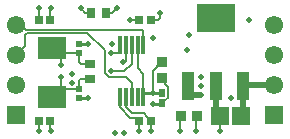
<source format=gbr>
%TF.GenerationSoftware,Altium Limited,Altium Designer,19.1.7 (138)*%
G04 Layer_Physical_Order=4*
G04 Layer_Color=16711680*
%FSLAX26Y26*%
%MOIN*%
%TF.FileFunction,Copper,L4,Bot,Signal*%
%TF.Part,Single*%
G01*
G75*
%TA.AperFunction,SMDPad,CuDef*%
%ADD14R,0.024409X0.025984*%
%TA.AperFunction,Conductor*%
%ADD17C,0.005000*%
%ADD18C,0.010000*%
%TA.AperFunction,ComponentPad*%
%ADD21C,0.061024*%
%ADD22R,0.061024X0.061024*%
%TA.AperFunction,ViaPad*%
%ADD23C,0.020000*%
%TA.AperFunction,SMDPad,CuDef*%
%ADD24R,0.027559X0.033465*%
%ADD25R,0.029921X0.028346*%
%ADD26R,0.033465X0.027559*%
%ADD27R,0.020472X0.022047*%
%ADD28R,0.037402X0.033465*%
%ADD29R,0.033465X0.037402*%
%ADD30R,0.061024X0.061024*%
%ADD31R,0.013000X0.059000*%
%ADD32R,0.094488X0.074803*%
%TA.AperFunction,ConnectorPad*%
%ADD33R,0.039370X0.094488*%
%ADD34R,0.129921X0.094488*%
%TA.AperFunction,Conductor*%
%ADD35C,0.020000*%
D14*
X1555000Y1147323D02*
D03*
Y1112677D02*
D03*
D17*
X1552323Y1110787D02*
X1564705Y1123169D01*
X1575315Y1131834D02*
Y1166772D01*
X1570311Y1126831D02*
X1575315Y1131834D01*
X1569153Y1126831D02*
X1570311D01*
X1565492Y1123169D02*
X1569153Y1126831D01*
X1564705Y1123169D02*
X1565492D01*
X1552323Y1110000D02*
Y1110787D01*
X1564965Y1177122D02*
X1575315Y1166772D01*
X1564965Y1177122D02*
Y1188460D01*
X1555000Y1198425D02*
X1564965Y1188460D01*
X1525250Y1147323D02*
Y1221825D01*
X1538799Y1235374D01*
Y1237342D01*
X1553032Y1251575D01*
X1555000D01*
X1494000Y1145823D02*
Y1211000D01*
X1543307Y1390000D02*
X1550000Y1396693D01*
Y1415000D01*
X1519291Y1390000D02*
X1543307D01*
X1450000D02*
X1480709D01*
X1369213Y1415394D02*
X1390394D01*
X1405000Y1430000D01*
X1184291Y1429291D02*
X1185000Y1430000D01*
X1184291Y1390000D02*
Y1429291D01*
X1145000Y1430000D02*
X1145709Y1429291D01*
Y1390000D02*
Y1429291D01*
X1184291Y1020709D02*
X1185000Y1020000D01*
X1184291Y1020709D02*
Y1055000D01*
X1145000Y1054291D02*
X1145709Y1055000D01*
X1145000Y1020000D02*
Y1054291D01*
X1748583Y1070000D02*
X1750000Y1068583D01*
Y1020000D02*
Y1068583D01*
X1670000Y1068425D02*
X1671575Y1070000D01*
X1670000Y1020000D02*
Y1068425D01*
X1615000Y1066575D02*
X1618425Y1070000D01*
X1615000Y1020000D02*
Y1066575D01*
X1480000Y1015000D02*
Y1055709D01*
X1470709Y1065000D02*
X1480000Y1055709D01*
X1506831Y1066673D02*
X1520000Y1053504D01*
Y1020000D02*
Y1053504D01*
X1435000Y1100000D02*
X1455000Y1080000D01*
X1286693Y1430000D02*
X1301299Y1415394D01*
X1320000D01*
X1285000Y1430000D02*
X1286693D01*
X1495449Y1080000D02*
X1506831Y1068619D01*
X1455000Y1080000D02*
X1495449D01*
X1450000Y1065000D02*
X1470709D01*
X1416000Y1099000D02*
X1450000Y1065000D01*
X1506831Y1066673D02*
Y1068619D01*
X1435000Y1100000D02*
Y1134000D01*
X1416000Y1099000D02*
Y1134000D01*
X1385000Y1280000D02*
X1416000D01*
Y1306000D01*
X1307929Y1347071D02*
X1365000Y1290000D01*
X1107071Y1347071D02*
X1307929D01*
X1100160Y1340160D02*
X1107071Y1347071D01*
X1103089Y1357071D02*
X1494000D01*
X1085160Y1375000D02*
X1103089Y1357071D01*
X1494000Y1134000D02*
Y1144000D01*
X1280000Y1190000D02*
X1285394Y1195394D01*
X1315000D01*
X1280000Y1160354D02*
Y1190000D01*
Y1250000D02*
X1285394Y1244606D01*
X1315000D01*
X1280000Y1250000D02*
Y1279646D01*
X1206063D02*
X1220000Y1265709D01*
X1190000Y1295709D02*
X1206063Y1279646D01*
X1220000Y1240000D02*
Y1265709D01*
X1216063Y1160354D02*
X1220000Y1164291D01*
Y1200000D01*
X1475000Y1230000D02*
X1494000Y1211000D01*
X1475000Y1230000D02*
Y1306000D01*
X1435429Y1199571D02*
X1455000Y1180000D01*
Y1134000D02*
Y1180000D01*
X1380429Y1199571D02*
X1435429D01*
X1365000Y1215000D02*
X1380429Y1199571D01*
X1365000Y1215000D02*
Y1290000D01*
X1100160Y1305160D02*
Y1340160D01*
X1070000Y1275000D02*
X1100160Y1305160D01*
X1070000Y1375000D02*
X1085160D01*
X1494000Y1306000D02*
Y1357071D01*
X1434874Y1254874D02*
X1435000Y1255000D01*
X1433933Y1254874D02*
X1434874D01*
X1429059Y1250000D02*
X1433933Y1254874D01*
X1425000Y1250000D02*
X1429059D01*
X1435000Y1255000D02*
Y1306000D01*
X1430000Y1220000D02*
X1455000Y1245000D01*
Y1306000D01*
X1385000Y1220000D02*
X1430000D01*
X1216063Y1160354D02*
X1280000D01*
X1206063Y1279646D02*
X1280000D01*
D18*
X1525250Y1147323D02*
X1555000D01*
X1495500D02*
X1525250D01*
X1309646Y1310354D02*
X1310000Y1310000D01*
X1280000Y1310354D02*
X1309646D01*
Y1129646D02*
X1310000Y1130000D01*
X1280000Y1129646D02*
X1309646D01*
X1494000Y1144000D02*
Y1145823D01*
X1495500Y1147323D01*
X1525000Y1110000D02*
X1552323D01*
D21*
X1070000Y1175000D02*
D03*
X1930000D02*
D03*
Y1275000D02*
D03*
Y1375000D02*
D03*
X1070000Y1275000D02*
D03*
Y1375000D02*
D03*
D22*
X1930000Y1075000D02*
D03*
X1070000D02*
D03*
D23*
X1391063Y1311063D02*
D03*
X1310000Y1310000D02*
D03*
Y1130000D02*
D03*
X1525250Y1147323D02*
D03*
X1525000Y1110000D02*
D03*
X1845000Y1390000D02*
D03*
X1645000Y1340000D02*
D03*
X1640000Y1290000D02*
D03*
X1550000Y1415000D02*
D03*
X1450000Y1390000D02*
D03*
X1405000Y1430000D02*
D03*
X1185000D02*
D03*
X1145000D02*
D03*
Y1020000D02*
D03*
X1185000D02*
D03*
X1480000D02*
D03*
X1520000D02*
D03*
X1615000D02*
D03*
X1670000D02*
D03*
X1750000D02*
D03*
X1785000Y1130000D02*
D03*
X1685000Y1200000D02*
D03*
Y1170000D02*
D03*
Y1140000D02*
D03*
X1285000Y1430000D02*
D03*
X1255000Y1180000D02*
D03*
Y1210000D02*
D03*
X1430000Y1015000D02*
D03*
X1400000D02*
D03*
X1220000Y1200000D02*
D03*
Y1240000D02*
D03*
X1385000Y1220000D02*
D03*
X1425000Y1250000D02*
D03*
X1385000Y1280000D02*
D03*
X1525000Y1330000D02*
D03*
D24*
X1320000Y1415394D02*
D03*
X1369213D02*
D03*
D25*
X1519291Y1390000D02*
D03*
X1480709D02*
D03*
X1184291D02*
D03*
X1145709D02*
D03*
X1480709Y1055000D02*
D03*
X1519291D02*
D03*
X1145709D02*
D03*
X1184291D02*
D03*
D26*
X1315000Y1244606D02*
D03*
Y1195394D02*
D03*
D27*
X1280000Y1129646D02*
D03*
Y1160354D02*
D03*
Y1310354D02*
D03*
Y1279646D02*
D03*
D28*
X1555000Y1198425D02*
D03*
Y1251575D02*
D03*
D29*
X1618425Y1070000D02*
D03*
X1671575D02*
D03*
D30*
X1821417D02*
D03*
X1748583D02*
D03*
D31*
X1494000Y1134000D02*
D03*
X1475000D02*
D03*
X1455000D02*
D03*
X1435000D02*
D03*
X1416000D02*
D03*
Y1306000D02*
D03*
X1435000D02*
D03*
X1455000D02*
D03*
X1475000D02*
D03*
X1494000D02*
D03*
D32*
X1190000Y1134291D02*
D03*
Y1295709D02*
D03*
D33*
X1825551Y1170000D02*
D03*
X1735000D02*
D03*
X1644449D02*
D03*
D34*
X1735000Y1398347D02*
D03*
D35*
X1654134Y1140000D02*
X1685000D01*
X1644449Y1149685D02*
X1654134Y1140000D01*
X1644449Y1149685D02*
Y1170000D01*
X1735000Y1083583D02*
X1748583Y1070000D01*
X1735000Y1083583D02*
Y1170000D01*
X1825551D02*
X1830551Y1175000D01*
X1930000D01*
X1821417Y1070000D02*
X1825551Y1074134D01*
Y1170000D01*
%TF.MD5,342c353fdd10bd14ab279866e8487494*%
M02*

</source>
